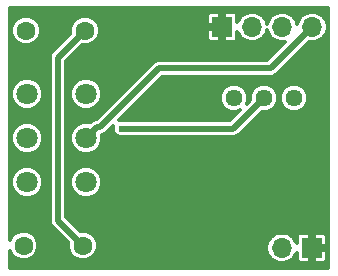
<source format=gbl>
G04 #@! TF.GenerationSoftware,KiCad,Pcbnew,(5.0.0)*
G04 #@! TF.CreationDate,2018-08-27T21:34:21+10:00*
G04 #@! TF.ProjectId,BT,42542E6B696361645F70636200000000,rev?*
G04 #@! TF.SameCoordinates,Original*
G04 #@! TF.FileFunction,Copper,L2,Bot,Signal*
G04 #@! TF.FilePolarity,Positive*
%FSLAX46Y46*%
G04 Gerber Fmt 4.6, Leading zero omitted, Abs format (unit mm)*
G04 Created by KiCad (PCBNEW (5.0.0)) date 08/27/18 21:34:21*
%MOMM*%
%LPD*%
G01*
G04 APERTURE LIST*
G04 #@! TA.AperFunction,ComponentPad*
%ADD10C,1.600000*%
G04 #@! TD*
G04 #@! TA.AperFunction,ComponentPad*
%ADD11C,1.800000*%
G04 #@! TD*
G04 #@! TA.AperFunction,ComponentPad*
%ADD12C,1.440000*%
G04 #@! TD*
G04 #@! TA.AperFunction,ComponentPad*
%ADD13O,1.700000X1.700000*%
G04 #@! TD*
G04 #@! TA.AperFunction,ComponentPad*
%ADD14R,1.700000X1.700000*%
G04 #@! TD*
G04 #@! TA.AperFunction,ViaPad*
%ADD15C,0.600000*%
G04 #@! TD*
G04 #@! TA.AperFunction,Conductor*
%ADD16C,0.500000*%
G04 #@! TD*
G04 #@! TA.AperFunction,Conductor*
%ADD17C,0.300000*%
G04 #@! TD*
G04 APERTURE END LIST*
D10*
G04 #@! TO.P,C5,2*
G04 #@! TO.N,/RV_2*
X138900000Y-87400000D03*
G04 #@! TO.P,C5,1*
G04 #@! TO.N,Net-(C5-Pad1)*
X143900000Y-87400000D03*
G04 #@! TD*
D11*
G04 #@! TO.P,RV3,3*
G04 #@! TO.N,/RV_2*
X139000000Y-92750000D03*
G04 #@! TO.P,RV3,2*
X139000000Y-96500000D03*
G04 #@! TO.P,RV3,1*
G04 #@! TO.N,/RV_1*
X139000000Y-100250000D03*
G04 #@! TO.P,RV3,6*
G04 #@! TO.N,/RV_6*
X144000000Y-92750000D03*
G04 #@! TO.P,RV3,5*
G04 #@! TO.N,/RV_5*
X144000000Y-96500000D03*
G04 #@! TO.P,RV3,4*
G04 #@! TO.N,/RV_2*
X144000000Y-100250000D03*
G04 #@! TD*
D12*
G04 #@! TO.P,RV1,3*
G04 #@! TO.N,Net-(C3-Pad1)*
X156500000Y-93100000D03*
G04 #@! TO.P,RV1,2*
G04 #@! TO.N,Net-(Q1-Pad2)*
X159040000Y-93100000D03*
G04 #@! TO.P,RV1,1*
X161580000Y-93100000D03*
G04 #@! TD*
D13*
G04 #@! TO.P,J1,2*
G04 #@! TO.N,/IN*
X160560000Y-105800000D03*
D14*
G04 #@! TO.P,J1,1*
G04 #@! TO.N,Earth*
X163100000Y-105800000D03*
G04 #@! TD*
D13*
G04 #@! TO.P,J2,4*
G04 #@! TO.N,/RV_5*
X163120000Y-87100000D03*
G04 #@! TO.P,J2,3*
G04 #@! TO.N,VCC*
X160580000Y-87100000D03*
G04 #@! TO.P,J2,2*
G04 #@! TO.N,/Vref*
X158040000Y-87100000D03*
D14*
G04 #@! TO.P,J2,1*
G04 #@! TO.N,Earth*
X155500000Y-87100000D03*
G04 #@! TD*
D10*
G04 #@! TO.P,C6,1*
G04 #@! TO.N,Net-(C5-Pad1)*
X143700000Y-105600000D03*
G04 #@! TO.P,C6,2*
G04 #@! TO.N,/RV_1*
X138700000Y-105600000D03*
G04 #@! TD*
D15*
G04 #@! TO.N,Earth*
X150400000Y-104600000D03*
X147000000Y-98600000D03*
X147000000Y-90700000D03*
G04 #@! TO.N,Net-(Q1-Pad2)*
X147000000Y-95700000D03*
G04 #@! TD*
D16*
G04 #@! TO.N,Net-(C5-Pad1)*
X143100001Y-88199999D02*
X143900000Y-87400000D01*
X141600000Y-89700000D02*
X143100001Y-88199999D01*
X141600000Y-103500000D02*
X141600000Y-89700000D01*
X143700000Y-105600000D02*
X141600000Y-103500000D01*
G04 #@! TO.N,Net-(Q1-Pad2)*
X159040000Y-93100000D02*
X156440000Y-95700000D01*
X156440000Y-95700000D02*
X147000000Y-95700000D01*
G04 #@! TO.N,/RV_5*
X144000000Y-96500000D02*
X144100000Y-96500000D01*
X144899999Y-95600001D02*
X145158001Y-95600001D01*
X144000000Y-96500000D02*
X144899999Y-95600001D01*
X159620000Y-90600000D02*
X162270001Y-87949999D01*
X150158002Y-90600000D02*
X159620000Y-90600000D01*
X162270001Y-87949999D02*
X163120000Y-87100000D01*
X145158001Y-95600001D02*
X150158002Y-90600000D01*
G04 #@! TD*
D17*
G04 #@! TO.N,Earth*
G36*
X164475000Y-107475000D02*
X137525000Y-107475000D01*
X137525000Y-106029706D01*
X137640301Y-106308068D01*
X137991932Y-106659699D01*
X138451360Y-106850000D01*
X138948640Y-106850000D01*
X139408068Y-106659699D01*
X139759699Y-106308068D01*
X139950000Y-105848640D01*
X139950000Y-105351360D01*
X139759699Y-104891932D01*
X139408068Y-104540301D01*
X138948640Y-104350000D01*
X138451360Y-104350000D01*
X137991932Y-104540301D01*
X137640301Y-104891932D01*
X137525000Y-105170294D01*
X137525000Y-99981468D01*
X137650000Y-99981468D01*
X137650000Y-100518532D01*
X137855525Y-101014714D01*
X138235286Y-101394475D01*
X138731468Y-101600000D01*
X139268532Y-101600000D01*
X139764714Y-101394475D01*
X140144475Y-101014714D01*
X140350000Y-100518532D01*
X140350000Y-99981468D01*
X140144475Y-99485286D01*
X139764714Y-99105525D01*
X139268532Y-98900000D01*
X138731468Y-98900000D01*
X138235286Y-99105525D01*
X137855525Y-99485286D01*
X137650000Y-99981468D01*
X137525000Y-99981468D01*
X137525000Y-96231468D01*
X137650000Y-96231468D01*
X137650000Y-96768532D01*
X137855525Y-97264714D01*
X138235286Y-97644475D01*
X138731468Y-97850000D01*
X139268532Y-97850000D01*
X139764714Y-97644475D01*
X140144475Y-97264714D01*
X140350000Y-96768532D01*
X140350000Y-96231468D01*
X140144475Y-95735286D01*
X139764714Y-95355525D01*
X139268532Y-95150000D01*
X138731468Y-95150000D01*
X138235286Y-95355525D01*
X137855525Y-95735286D01*
X137650000Y-96231468D01*
X137525000Y-96231468D01*
X137525000Y-92481468D01*
X137650000Y-92481468D01*
X137650000Y-93018532D01*
X137855525Y-93514714D01*
X138235286Y-93894475D01*
X138731468Y-94100000D01*
X139268532Y-94100000D01*
X139764714Y-93894475D01*
X140144475Y-93514714D01*
X140350000Y-93018532D01*
X140350000Y-92481468D01*
X140144475Y-91985286D01*
X139764714Y-91605525D01*
X139268532Y-91400000D01*
X138731468Y-91400000D01*
X138235286Y-91605525D01*
X137855525Y-91985286D01*
X137650000Y-92481468D01*
X137525000Y-92481468D01*
X137525000Y-89700000D01*
X140886288Y-89700000D01*
X140900001Y-89768940D01*
X140900000Y-103431065D01*
X140886288Y-103500000D01*
X140900000Y-103568935D01*
X140900000Y-103568939D01*
X140940615Y-103773125D01*
X141095329Y-104004670D01*
X141153774Y-104043722D01*
X142453342Y-105343291D01*
X142450000Y-105351360D01*
X142450000Y-105848640D01*
X142640301Y-106308068D01*
X142991932Y-106659699D01*
X143451360Y-106850000D01*
X143948640Y-106850000D01*
X144408068Y-106659699D01*
X144759699Y-106308068D01*
X144950000Y-105848640D01*
X144950000Y-105800000D01*
X159234532Y-105800000D01*
X159335427Y-106307235D01*
X159622753Y-106737247D01*
X160052765Y-107024573D01*
X160431963Y-107100000D01*
X160688037Y-107100000D01*
X161067235Y-107024573D01*
X161497247Y-106737247D01*
X161784573Y-106307235D01*
X161800000Y-106229678D01*
X161800000Y-106739511D01*
X161868509Y-106904905D01*
X161995096Y-107031492D01*
X162160490Y-107100000D01*
X162837500Y-107100000D01*
X162950000Y-106987500D01*
X162950000Y-105950000D01*
X163250000Y-105950000D01*
X163250000Y-106987500D01*
X163362500Y-107100000D01*
X164039510Y-107100000D01*
X164204904Y-107031492D01*
X164331491Y-106904905D01*
X164400000Y-106739511D01*
X164400000Y-106062500D01*
X164287500Y-105950000D01*
X163250000Y-105950000D01*
X162950000Y-105950000D01*
X162930000Y-105950000D01*
X162930000Y-105650000D01*
X162950000Y-105650000D01*
X162950000Y-104612500D01*
X163250000Y-104612500D01*
X163250000Y-105650000D01*
X164287500Y-105650000D01*
X164400000Y-105537500D01*
X164400000Y-104860489D01*
X164331491Y-104695095D01*
X164204904Y-104568508D01*
X164039510Y-104500000D01*
X163362500Y-104500000D01*
X163250000Y-104612500D01*
X162950000Y-104612500D01*
X162837500Y-104500000D01*
X162160490Y-104500000D01*
X161995096Y-104568508D01*
X161868509Y-104695095D01*
X161800000Y-104860489D01*
X161800000Y-105370322D01*
X161784573Y-105292765D01*
X161497247Y-104862753D01*
X161067235Y-104575427D01*
X160688037Y-104500000D01*
X160431963Y-104500000D01*
X160052765Y-104575427D01*
X159622753Y-104862753D01*
X159335427Y-105292765D01*
X159234532Y-105800000D01*
X144950000Y-105800000D01*
X144950000Y-105351360D01*
X144759699Y-104891932D01*
X144408068Y-104540301D01*
X143948640Y-104350000D01*
X143451360Y-104350000D01*
X143443291Y-104353342D01*
X142300000Y-103210052D01*
X142300000Y-99981468D01*
X142650000Y-99981468D01*
X142650000Y-100518532D01*
X142855525Y-101014714D01*
X143235286Y-101394475D01*
X143731468Y-101600000D01*
X144268532Y-101600000D01*
X144764714Y-101394475D01*
X145144475Y-101014714D01*
X145350000Y-100518532D01*
X145350000Y-99981468D01*
X145144475Y-99485286D01*
X144764714Y-99105525D01*
X144268532Y-98900000D01*
X143731468Y-98900000D01*
X143235286Y-99105525D01*
X142855525Y-99485286D01*
X142650000Y-99981468D01*
X142300000Y-99981468D01*
X142300000Y-96231468D01*
X142650000Y-96231468D01*
X142650000Y-96768532D01*
X142855525Y-97264714D01*
X143235286Y-97644475D01*
X143731468Y-97850000D01*
X144268532Y-97850000D01*
X144764714Y-97644475D01*
X145144475Y-97264714D01*
X145350000Y-96768532D01*
X145350000Y-96275523D01*
X145431127Y-96259386D01*
X145662672Y-96104672D01*
X145701726Y-96046225D01*
X146287382Y-95460568D01*
X146250000Y-95550816D01*
X146250000Y-95849184D01*
X146364181Y-96124841D01*
X146575159Y-96335819D01*
X146850816Y-96450000D01*
X147149184Y-96450000D01*
X147269895Y-96400000D01*
X156371065Y-96400000D01*
X156440000Y-96413712D01*
X156508935Y-96400000D01*
X156508940Y-96400000D01*
X156713126Y-96359385D01*
X156944671Y-96204671D01*
X156983724Y-96146224D01*
X158859949Y-94270000D01*
X159272728Y-94270000D01*
X159702752Y-94091878D01*
X160031878Y-93762752D01*
X160210000Y-93332728D01*
X160210000Y-92867272D01*
X160410000Y-92867272D01*
X160410000Y-93332728D01*
X160588122Y-93762752D01*
X160917248Y-94091878D01*
X161347272Y-94270000D01*
X161812728Y-94270000D01*
X162242752Y-94091878D01*
X162571878Y-93762752D01*
X162750000Y-93332728D01*
X162750000Y-92867272D01*
X162571878Y-92437248D01*
X162242752Y-92108122D01*
X161812728Y-91930000D01*
X161347272Y-91930000D01*
X160917248Y-92108122D01*
X160588122Y-92437248D01*
X160410000Y-92867272D01*
X160210000Y-92867272D01*
X160031878Y-92437248D01*
X159702752Y-92108122D01*
X159272728Y-91930000D01*
X158807272Y-91930000D01*
X158377248Y-92108122D01*
X158048122Y-92437248D01*
X157870000Y-92867272D01*
X157870000Y-93280051D01*
X157565826Y-93584225D01*
X157670000Y-93332728D01*
X157670000Y-92867272D01*
X157491878Y-92437248D01*
X157162752Y-92108122D01*
X156732728Y-91930000D01*
X156267272Y-91930000D01*
X155837248Y-92108122D01*
X155508122Y-92437248D01*
X155330000Y-92867272D01*
X155330000Y-93332728D01*
X155508122Y-93762752D01*
X155837248Y-94091878D01*
X156267272Y-94270000D01*
X156732728Y-94270000D01*
X156984225Y-94165826D01*
X156150052Y-95000000D01*
X147269895Y-95000000D01*
X147149184Y-94950000D01*
X146850816Y-94950000D01*
X146760568Y-94987382D01*
X150447951Y-91300000D01*
X159551065Y-91300000D01*
X159620000Y-91313712D01*
X159688935Y-91300000D01*
X159688940Y-91300000D01*
X159893126Y-91259385D01*
X160124671Y-91104671D01*
X160163724Y-91046224D01*
X162813723Y-88396227D01*
X162813727Y-88396221D01*
X162840146Y-88369802D01*
X162991963Y-88400000D01*
X163248037Y-88400000D01*
X163627235Y-88324573D01*
X164057247Y-88037247D01*
X164344573Y-87607235D01*
X164445468Y-87100000D01*
X164344573Y-86592765D01*
X164057247Y-86162753D01*
X163627235Y-85875427D01*
X163248037Y-85800000D01*
X162991963Y-85800000D01*
X162612765Y-85875427D01*
X162182753Y-86162753D01*
X161895427Y-86592765D01*
X161850000Y-86821143D01*
X161804573Y-86592765D01*
X161517247Y-86162753D01*
X161087235Y-85875427D01*
X160708037Y-85800000D01*
X160451963Y-85800000D01*
X160072765Y-85875427D01*
X159642753Y-86162753D01*
X159355427Y-86592765D01*
X159310000Y-86821143D01*
X159264573Y-86592765D01*
X158977247Y-86162753D01*
X158547235Y-85875427D01*
X158168037Y-85800000D01*
X157911963Y-85800000D01*
X157532765Y-85875427D01*
X157102753Y-86162753D01*
X156815427Y-86592765D01*
X156800000Y-86670322D01*
X156800000Y-86160489D01*
X156731491Y-85995095D01*
X156604904Y-85868508D01*
X156439510Y-85800000D01*
X155762500Y-85800000D01*
X155650000Y-85912500D01*
X155650000Y-86950000D01*
X155670000Y-86950000D01*
X155670000Y-87250000D01*
X155650000Y-87250000D01*
X155650000Y-88287500D01*
X155762500Y-88400000D01*
X156439510Y-88400000D01*
X156604904Y-88331492D01*
X156731491Y-88204905D01*
X156800000Y-88039511D01*
X156800000Y-87529678D01*
X156815427Y-87607235D01*
X157102753Y-88037247D01*
X157532765Y-88324573D01*
X157911963Y-88400000D01*
X158168037Y-88400000D01*
X158547235Y-88324573D01*
X158977247Y-88037247D01*
X159264573Y-87607235D01*
X159310000Y-87378857D01*
X159355427Y-87607235D01*
X159642753Y-88037247D01*
X160072765Y-88324573D01*
X160451963Y-88400000D01*
X160708037Y-88400000D01*
X160860347Y-88369704D01*
X159330052Y-89900000D01*
X150226936Y-89900000D01*
X150158001Y-89886288D01*
X150089066Y-89900000D01*
X150089062Y-89900000D01*
X149884876Y-89940615D01*
X149653331Y-90095329D01*
X149614279Y-90153774D01*
X144877237Y-94890817D01*
X144831064Y-94900001D01*
X144831059Y-94900001D01*
X144626873Y-94940616D01*
X144395328Y-95095330D01*
X144356276Y-95153775D01*
X144333246Y-95176805D01*
X144268532Y-95150000D01*
X143731468Y-95150000D01*
X143235286Y-95355525D01*
X142855525Y-95735286D01*
X142650000Y-96231468D01*
X142300000Y-96231468D01*
X142300000Y-92481468D01*
X142650000Y-92481468D01*
X142650000Y-93018532D01*
X142855525Y-93514714D01*
X143235286Y-93894475D01*
X143731468Y-94100000D01*
X144268532Y-94100000D01*
X144764714Y-93894475D01*
X145144475Y-93514714D01*
X145350000Y-93018532D01*
X145350000Y-92481468D01*
X145144475Y-91985286D01*
X144764714Y-91605525D01*
X144268532Y-91400000D01*
X143731468Y-91400000D01*
X143235286Y-91605525D01*
X142855525Y-91985286D01*
X142650000Y-92481468D01*
X142300000Y-92481468D01*
X142300000Y-89989948D01*
X143643291Y-88646658D01*
X143651360Y-88650000D01*
X144148640Y-88650000D01*
X144608068Y-88459699D01*
X144959699Y-88108068D01*
X145150000Y-87648640D01*
X145150000Y-87362500D01*
X154200000Y-87362500D01*
X154200000Y-88039511D01*
X154268509Y-88204905D01*
X154395096Y-88331492D01*
X154560490Y-88400000D01*
X155237500Y-88400000D01*
X155350000Y-88287500D01*
X155350000Y-87250000D01*
X154312500Y-87250000D01*
X154200000Y-87362500D01*
X145150000Y-87362500D01*
X145150000Y-87151360D01*
X144959699Y-86691932D01*
X144608068Y-86340301D01*
X144173963Y-86160489D01*
X154200000Y-86160489D01*
X154200000Y-86837500D01*
X154312500Y-86950000D01*
X155350000Y-86950000D01*
X155350000Y-85912500D01*
X155237500Y-85800000D01*
X154560490Y-85800000D01*
X154395096Y-85868508D01*
X154268509Y-85995095D01*
X154200000Y-86160489D01*
X144173963Y-86160489D01*
X144148640Y-86150000D01*
X143651360Y-86150000D01*
X143191932Y-86340301D01*
X142840301Y-86691932D01*
X142650000Y-87151360D01*
X142650000Y-87648640D01*
X142653342Y-87656709D01*
X141153774Y-89156278D01*
X141095330Y-89195329D01*
X141056278Y-89253774D01*
X140940616Y-89426874D01*
X140886288Y-89700000D01*
X137525000Y-89700000D01*
X137525000Y-87151360D01*
X137650000Y-87151360D01*
X137650000Y-87648640D01*
X137840301Y-88108068D01*
X138191932Y-88459699D01*
X138651360Y-88650000D01*
X139148640Y-88650000D01*
X139608068Y-88459699D01*
X139959699Y-88108068D01*
X140150000Y-87648640D01*
X140150000Y-87151360D01*
X139959699Y-86691932D01*
X139608068Y-86340301D01*
X139148640Y-86150000D01*
X138651360Y-86150000D01*
X138191932Y-86340301D01*
X137840301Y-86691932D01*
X137650000Y-87151360D01*
X137525000Y-87151360D01*
X137525000Y-85525000D01*
X164475001Y-85525000D01*
X164475000Y-107475000D01*
X164475000Y-107475000D01*
G37*
X164475000Y-107475000D02*
X137525000Y-107475000D01*
X137525000Y-106029706D01*
X137640301Y-106308068D01*
X137991932Y-106659699D01*
X138451360Y-106850000D01*
X138948640Y-106850000D01*
X139408068Y-106659699D01*
X139759699Y-106308068D01*
X139950000Y-105848640D01*
X139950000Y-105351360D01*
X139759699Y-104891932D01*
X139408068Y-104540301D01*
X138948640Y-104350000D01*
X138451360Y-104350000D01*
X137991932Y-104540301D01*
X137640301Y-104891932D01*
X137525000Y-105170294D01*
X137525000Y-99981468D01*
X137650000Y-99981468D01*
X137650000Y-100518532D01*
X137855525Y-101014714D01*
X138235286Y-101394475D01*
X138731468Y-101600000D01*
X139268532Y-101600000D01*
X139764714Y-101394475D01*
X140144475Y-101014714D01*
X140350000Y-100518532D01*
X140350000Y-99981468D01*
X140144475Y-99485286D01*
X139764714Y-99105525D01*
X139268532Y-98900000D01*
X138731468Y-98900000D01*
X138235286Y-99105525D01*
X137855525Y-99485286D01*
X137650000Y-99981468D01*
X137525000Y-99981468D01*
X137525000Y-96231468D01*
X137650000Y-96231468D01*
X137650000Y-96768532D01*
X137855525Y-97264714D01*
X138235286Y-97644475D01*
X138731468Y-97850000D01*
X139268532Y-97850000D01*
X139764714Y-97644475D01*
X140144475Y-97264714D01*
X140350000Y-96768532D01*
X140350000Y-96231468D01*
X140144475Y-95735286D01*
X139764714Y-95355525D01*
X139268532Y-95150000D01*
X138731468Y-95150000D01*
X138235286Y-95355525D01*
X137855525Y-95735286D01*
X137650000Y-96231468D01*
X137525000Y-96231468D01*
X137525000Y-92481468D01*
X137650000Y-92481468D01*
X137650000Y-93018532D01*
X137855525Y-93514714D01*
X138235286Y-93894475D01*
X138731468Y-94100000D01*
X139268532Y-94100000D01*
X139764714Y-93894475D01*
X140144475Y-93514714D01*
X140350000Y-93018532D01*
X140350000Y-92481468D01*
X140144475Y-91985286D01*
X139764714Y-91605525D01*
X139268532Y-91400000D01*
X138731468Y-91400000D01*
X138235286Y-91605525D01*
X137855525Y-91985286D01*
X137650000Y-92481468D01*
X137525000Y-92481468D01*
X137525000Y-89700000D01*
X140886288Y-89700000D01*
X140900001Y-89768940D01*
X140900000Y-103431065D01*
X140886288Y-103500000D01*
X140900000Y-103568935D01*
X140900000Y-103568939D01*
X140940615Y-103773125D01*
X141095329Y-104004670D01*
X141153774Y-104043722D01*
X142453342Y-105343291D01*
X142450000Y-105351360D01*
X142450000Y-105848640D01*
X142640301Y-106308068D01*
X142991932Y-106659699D01*
X143451360Y-106850000D01*
X143948640Y-106850000D01*
X144408068Y-106659699D01*
X144759699Y-106308068D01*
X144950000Y-105848640D01*
X144950000Y-105800000D01*
X159234532Y-105800000D01*
X159335427Y-106307235D01*
X159622753Y-106737247D01*
X160052765Y-107024573D01*
X160431963Y-107100000D01*
X160688037Y-107100000D01*
X161067235Y-107024573D01*
X161497247Y-106737247D01*
X161784573Y-106307235D01*
X161800000Y-106229678D01*
X161800000Y-106739511D01*
X161868509Y-106904905D01*
X161995096Y-107031492D01*
X162160490Y-107100000D01*
X162837500Y-107100000D01*
X162950000Y-106987500D01*
X162950000Y-105950000D01*
X163250000Y-105950000D01*
X163250000Y-106987500D01*
X163362500Y-107100000D01*
X164039510Y-107100000D01*
X164204904Y-107031492D01*
X164331491Y-106904905D01*
X164400000Y-106739511D01*
X164400000Y-106062500D01*
X164287500Y-105950000D01*
X163250000Y-105950000D01*
X162950000Y-105950000D01*
X162930000Y-105950000D01*
X162930000Y-105650000D01*
X162950000Y-105650000D01*
X162950000Y-104612500D01*
X163250000Y-104612500D01*
X163250000Y-105650000D01*
X164287500Y-105650000D01*
X164400000Y-105537500D01*
X164400000Y-104860489D01*
X164331491Y-104695095D01*
X164204904Y-104568508D01*
X164039510Y-104500000D01*
X163362500Y-104500000D01*
X163250000Y-104612500D01*
X162950000Y-104612500D01*
X162837500Y-104500000D01*
X162160490Y-104500000D01*
X161995096Y-104568508D01*
X161868509Y-104695095D01*
X161800000Y-104860489D01*
X161800000Y-105370322D01*
X161784573Y-105292765D01*
X161497247Y-104862753D01*
X161067235Y-104575427D01*
X160688037Y-104500000D01*
X160431963Y-104500000D01*
X160052765Y-104575427D01*
X159622753Y-104862753D01*
X159335427Y-105292765D01*
X159234532Y-105800000D01*
X144950000Y-105800000D01*
X144950000Y-105351360D01*
X144759699Y-104891932D01*
X144408068Y-104540301D01*
X143948640Y-104350000D01*
X143451360Y-104350000D01*
X143443291Y-104353342D01*
X142300000Y-103210052D01*
X142300000Y-99981468D01*
X142650000Y-99981468D01*
X142650000Y-100518532D01*
X142855525Y-101014714D01*
X143235286Y-101394475D01*
X143731468Y-101600000D01*
X144268532Y-101600000D01*
X144764714Y-101394475D01*
X145144475Y-101014714D01*
X145350000Y-100518532D01*
X145350000Y-99981468D01*
X145144475Y-99485286D01*
X144764714Y-99105525D01*
X144268532Y-98900000D01*
X143731468Y-98900000D01*
X143235286Y-99105525D01*
X142855525Y-99485286D01*
X142650000Y-99981468D01*
X142300000Y-99981468D01*
X142300000Y-96231468D01*
X142650000Y-96231468D01*
X142650000Y-96768532D01*
X142855525Y-97264714D01*
X143235286Y-97644475D01*
X143731468Y-97850000D01*
X144268532Y-97850000D01*
X144764714Y-97644475D01*
X145144475Y-97264714D01*
X145350000Y-96768532D01*
X145350000Y-96275523D01*
X145431127Y-96259386D01*
X145662672Y-96104672D01*
X145701726Y-96046225D01*
X146287382Y-95460568D01*
X146250000Y-95550816D01*
X146250000Y-95849184D01*
X146364181Y-96124841D01*
X146575159Y-96335819D01*
X146850816Y-96450000D01*
X147149184Y-96450000D01*
X147269895Y-96400000D01*
X156371065Y-96400000D01*
X156440000Y-96413712D01*
X156508935Y-96400000D01*
X156508940Y-96400000D01*
X156713126Y-96359385D01*
X156944671Y-96204671D01*
X156983724Y-96146224D01*
X158859949Y-94270000D01*
X159272728Y-94270000D01*
X159702752Y-94091878D01*
X160031878Y-93762752D01*
X160210000Y-93332728D01*
X160210000Y-92867272D01*
X160410000Y-92867272D01*
X160410000Y-93332728D01*
X160588122Y-93762752D01*
X160917248Y-94091878D01*
X161347272Y-94270000D01*
X161812728Y-94270000D01*
X162242752Y-94091878D01*
X162571878Y-93762752D01*
X162750000Y-93332728D01*
X162750000Y-92867272D01*
X162571878Y-92437248D01*
X162242752Y-92108122D01*
X161812728Y-91930000D01*
X161347272Y-91930000D01*
X160917248Y-92108122D01*
X160588122Y-92437248D01*
X160410000Y-92867272D01*
X160210000Y-92867272D01*
X160031878Y-92437248D01*
X159702752Y-92108122D01*
X159272728Y-91930000D01*
X158807272Y-91930000D01*
X158377248Y-92108122D01*
X158048122Y-92437248D01*
X157870000Y-92867272D01*
X157870000Y-93280051D01*
X157565826Y-93584225D01*
X157670000Y-93332728D01*
X157670000Y-92867272D01*
X157491878Y-92437248D01*
X157162752Y-92108122D01*
X156732728Y-91930000D01*
X156267272Y-91930000D01*
X155837248Y-92108122D01*
X155508122Y-92437248D01*
X155330000Y-92867272D01*
X155330000Y-93332728D01*
X155508122Y-93762752D01*
X155837248Y-94091878D01*
X156267272Y-94270000D01*
X156732728Y-94270000D01*
X156984225Y-94165826D01*
X156150052Y-95000000D01*
X147269895Y-95000000D01*
X147149184Y-94950000D01*
X146850816Y-94950000D01*
X146760568Y-94987382D01*
X150447951Y-91300000D01*
X159551065Y-91300000D01*
X159620000Y-91313712D01*
X159688935Y-91300000D01*
X159688940Y-91300000D01*
X159893126Y-91259385D01*
X160124671Y-91104671D01*
X160163724Y-91046224D01*
X162813723Y-88396227D01*
X162813727Y-88396221D01*
X162840146Y-88369802D01*
X162991963Y-88400000D01*
X163248037Y-88400000D01*
X163627235Y-88324573D01*
X164057247Y-88037247D01*
X164344573Y-87607235D01*
X164445468Y-87100000D01*
X164344573Y-86592765D01*
X164057247Y-86162753D01*
X163627235Y-85875427D01*
X163248037Y-85800000D01*
X162991963Y-85800000D01*
X162612765Y-85875427D01*
X162182753Y-86162753D01*
X161895427Y-86592765D01*
X161850000Y-86821143D01*
X161804573Y-86592765D01*
X161517247Y-86162753D01*
X161087235Y-85875427D01*
X160708037Y-85800000D01*
X160451963Y-85800000D01*
X160072765Y-85875427D01*
X159642753Y-86162753D01*
X159355427Y-86592765D01*
X159310000Y-86821143D01*
X159264573Y-86592765D01*
X158977247Y-86162753D01*
X158547235Y-85875427D01*
X158168037Y-85800000D01*
X157911963Y-85800000D01*
X157532765Y-85875427D01*
X157102753Y-86162753D01*
X156815427Y-86592765D01*
X156800000Y-86670322D01*
X156800000Y-86160489D01*
X156731491Y-85995095D01*
X156604904Y-85868508D01*
X156439510Y-85800000D01*
X155762500Y-85800000D01*
X155650000Y-85912500D01*
X155650000Y-86950000D01*
X155670000Y-86950000D01*
X155670000Y-87250000D01*
X155650000Y-87250000D01*
X155650000Y-88287500D01*
X155762500Y-88400000D01*
X156439510Y-88400000D01*
X156604904Y-88331492D01*
X156731491Y-88204905D01*
X156800000Y-88039511D01*
X156800000Y-87529678D01*
X156815427Y-87607235D01*
X157102753Y-88037247D01*
X157532765Y-88324573D01*
X157911963Y-88400000D01*
X158168037Y-88400000D01*
X158547235Y-88324573D01*
X158977247Y-88037247D01*
X159264573Y-87607235D01*
X159310000Y-87378857D01*
X159355427Y-87607235D01*
X159642753Y-88037247D01*
X160072765Y-88324573D01*
X160451963Y-88400000D01*
X160708037Y-88400000D01*
X160860347Y-88369704D01*
X159330052Y-89900000D01*
X150226936Y-89900000D01*
X150158001Y-89886288D01*
X150089066Y-89900000D01*
X150089062Y-89900000D01*
X149884876Y-89940615D01*
X149653331Y-90095329D01*
X149614279Y-90153774D01*
X144877237Y-94890817D01*
X144831064Y-94900001D01*
X144831059Y-94900001D01*
X144626873Y-94940616D01*
X144395328Y-95095330D01*
X144356276Y-95153775D01*
X144333246Y-95176805D01*
X144268532Y-95150000D01*
X143731468Y-95150000D01*
X143235286Y-95355525D01*
X142855525Y-95735286D01*
X142650000Y-96231468D01*
X142300000Y-96231468D01*
X142300000Y-92481468D01*
X142650000Y-92481468D01*
X142650000Y-93018532D01*
X142855525Y-93514714D01*
X143235286Y-93894475D01*
X143731468Y-94100000D01*
X144268532Y-94100000D01*
X144764714Y-93894475D01*
X145144475Y-93514714D01*
X145350000Y-93018532D01*
X145350000Y-92481468D01*
X145144475Y-91985286D01*
X144764714Y-91605525D01*
X144268532Y-91400000D01*
X143731468Y-91400000D01*
X143235286Y-91605525D01*
X142855525Y-91985286D01*
X142650000Y-92481468D01*
X142300000Y-92481468D01*
X142300000Y-89989948D01*
X143643291Y-88646658D01*
X143651360Y-88650000D01*
X144148640Y-88650000D01*
X144608068Y-88459699D01*
X144959699Y-88108068D01*
X145150000Y-87648640D01*
X145150000Y-87362500D01*
X154200000Y-87362500D01*
X154200000Y-88039511D01*
X154268509Y-88204905D01*
X154395096Y-88331492D01*
X154560490Y-88400000D01*
X155237500Y-88400000D01*
X155350000Y-88287500D01*
X155350000Y-87250000D01*
X154312500Y-87250000D01*
X154200000Y-87362500D01*
X145150000Y-87362500D01*
X145150000Y-87151360D01*
X144959699Y-86691932D01*
X144608068Y-86340301D01*
X144173963Y-86160489D01*
X154200000Y-86160489D01*
X154200000Y-86837500D01*
X154312500Y-86950000D01*
X155350000Y-86950000D01*
X155350000Y-85912500D01*
X155237500Y-85800000D01*
X154560490Y-85800000D01*
X154395096Y-85868508D01*
X154268509Y-85995095D01*
X154200000Y-86160489D01*
X144173963Y-86160489D01*
X144148640Y-86150000D01*
X143651360Y-86150000D01*
X143191932Y-86340301D01*
X142840301Y-86691932D01*
X142650000Y-87151360D01*
X142650000Y-87648640D01*
X142653342Y-87656709D01*
X141153774Y-89156278D01*
X141095330Y-89195329D01*
X141056278Y-89253774D01*
X140940616Y-89426874D01*
X140886288Y-89700000D01*
X137525000Y-89700000D01*
X137525000Y-87151360D01*
X137650000Y-87151360D01*
X137650000Y-87648640D01*
X137840301Y-88108068D01*
X138191932Y-88459699D01*
X138651360Y-88650000D01*
X139148640Y-88650000D01*
X139608068Y-88459699D01*
X139959699Y-88108068D01*
X140150000Y-87648640D01*
X140150000Y-87151360D01*
X139959699Y-86691932D01*
X139608068Y-86340301D01*
X139148640Y-86150000D01*
X138651360Y-86150000D01*
X138191932Y-86340301D01*
X137840301Y-86691932D01*
X137650000Y-87151360D01*
X137525000Y-87151360D01*
X137525000Y-85525000D01*
X164475001Y-85525000D01*
X164475000Y-107475000D01*
G04 #@! TD*
M02*

</source>
